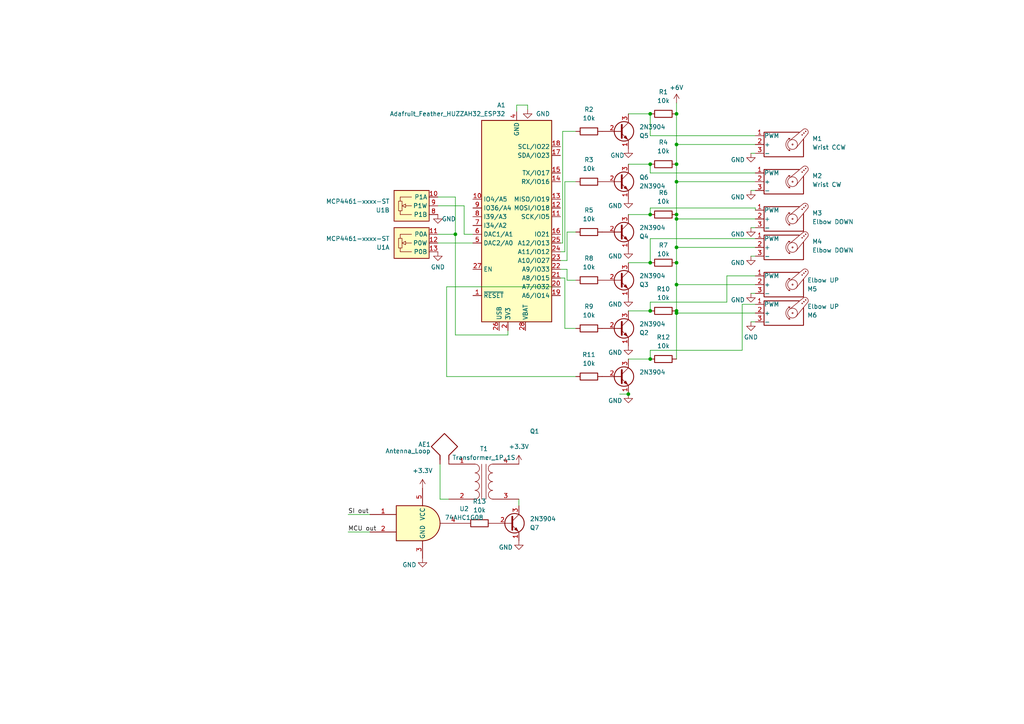
<source format=kicad_sch>
(kicad_sch (version 20230121) (generator eeschema)
  (paper "A4")
  (lib_symbols
    (symbol "74xGxx:74AHC1G08"
      (property "Reference" "U" (at -2.54 3.81 0))
      (property "Value" "74AHC1G08" (at 0 -3.81 0))
      (symbol "74AHC1G08_0_1"
        (arc (start 0 -5.08) (mid 5.0579 0) (end 0 5.08) (stroke (width 0.254)) (fill (type background)))
        (polyline (pts (xy 0 -5.08) (xy -7.62 -5.08) (xy -7.62 5.08) (xy 0 5.08)) (stroke (width 0.254)) (fill (type background)))
      )
      (symbol "74AHC1G08_1_1"
        (pin input line (at -15.24 2.54 0) (length 7.62) (name "~") (number "1"))
        (pin input line (at -15.24 -2.54 0) (length 7.62) (name "~") (number "2"))
        (pin power_in line (at 0 -10.16 90) (length 5.08) (name "GND") (number "3"))
        (pin output line (at 12.7 0 180) (length 7.62) (name "~") (number "4"))
        (pin power_in line (at 0 10.16 270) (length 5.08) (name "VCC") (number "5"))
      )
    )
    (symbol "Device:Antenna_Loop" (pin_numbers hide) (pin_names (offset 1.016) hide)
      (property "Reference" "AE" (at 1.27 6.35 0))
      (property "Value" "Antenna_Loop" (at 1.27 5.08 0))
      (symbol "Antenna_Loop_0_1"
        (polyline (pts (xy 2.54 -3.81) (xy 2.54 -2.54) (xy 5.08 0) (xy 1.27 3.81) (xy -2.54 0) (xy 0 -2.54) (xy 0 -3.81)) (stroke (width 0.254)))
      )
      (symbol "Antenna_Loop_1_1"
        (pin input line (at 0 -5.08 90) (length 2.54) (name "~") (number "1"))
        (pin input line (at 2.54 -5.08 90) (length 2.54) (name "~") (number "2"))
      )
    )
    (symbol "Device:R" (pin_numbers hide) (pin_names (offset 0))
      (property "Reference" "R" (at 2.032 0 90))
      (property "Value" "R" (at 0 0 90))
      (symbol "R_0_1"
        (rectangle (start -1.016 -2.54) (end 1.016 2.54) (stroke (width 0.254)))
      )
      (symbol "R_1_1"
        (pin passive line (at 0 3.81 270) (length 1.27) (name "~") (number "1"))
        (pin passive line (at 0 -3.81 90) (length 1.27) (name "~") (number "2"))
      )
    )
    (symbol "Device:Transformer_1P_1S" (pin_names (offset 1.016) hide)
      (property "Reference" "T" (at 0 6.35 0))
      (property "Value" "Transformer_1P_1S" (at 0 -7.62 0))
      (symbol "Transformer_1P_1S_0_1"
        (arc (start -2.54 -5.0546) (mid -1.6599 -4.6901) (end -1.27 -3.81))
        (arc (start -2.54 -2.5146) (mid -1.6599 -2.1501) (end -1.27 -1.27))
        (arc (start -2.54 0.0254) (mid -1.6599 0.3899) (end -1.27 1.27))
        (arc (start -2.54 2.5654) (mid -1.6599 2.9299) (end -1.27 3.81))
        (arc (start -1.27 -3.81) (mid -1.642 -2.912) (end -2.54 -2.54))
        (arc (start -1.27 -1.27) (mid -1.642 -0.372) (end -2.54 0))
        (arc (start -1.27 1.27) (mid -1.642 2.168) (end -2.54 2.54))
        (arc (start -1.27 3.81) (mid -1.642 4.708) (end -2.54 5.08))
        (polyline (pts (xy -0.635 5.08) (xy -0.635 -5.08)))
        (polyline (pts (xy 0.635 -5.08) (xy 0.635 5.08)))
        (arc (start 1.2954 -1.27) (mid 1.6599 -2.1501) (end 2.54 -2.5146))
        (arc (start 1.2954 1.27) (mid 1.6599 0.3899) (end 2.54 0.0254))
        (arc (start 1.2954 3.81) (mid 1.6599 2.9299) (end 2.54 2.5654))
        (arc (start 1.3208 -3.81) (mid 1.6853 -4.6901) (end 2.5654 -5.0546))
        (arc (start 2.54 0) (mid 1.642 -0.372) (end 1.2954 -1.27))
        (arc (start 2.54 2.54) (mid 1.642 2.168) (end 1.2954 1.27))
        (arc (start 2.54 5.08) (mid 1.642 4.708) (end 1.2954 3.81))
        (arc (start 2.5654 -2.54) (mid 1.6674 -2.912) (end 1.3208 -3.81))
      )
      (symbol "Transformer_1P_1S_1_1"
        (pin passive line (at -10.16 5.08 0) (length 7.62) (name "AA") (number "1"))
        (pin passive line (at -10.16 -5.08 0) (length 7.62) (name "AB") (number "2"))
        (pin passive line (at 10.16 -5.08 180) (length 7.62) (name "SA") (number "3"))
        (pin passive line (at 10.16 5.08 180) (length 7.62) (name "SB") (number "4"))
      )
    )
    (symbol "MCU_Module:Adafruit_Feather_HUZZAH32_ESP32"
      (property "Reference" "A" (at -10.16 29.21 0))
      (property "Value" "Adafruit_Feather_HUZZAH32_ESP32" (at 2.54 -31.75 0))
      (symbol "Adafruit_Feather_HUZZAH32_ESP32_0_1"
        (rectangle (start -10.16 27.94) (end 10.16 -30.48) (stroke (width 0.254)) (fill (type background)))
      )
      (symbol "Adafruit_Feather_HUZZAH32_ESP32_1_1"
        (pin input line (at 12.7 20.32 180) (length 2.54) (name "~{RESET}") (number "1"))
        (pin bidirectional line (at 12.7 -7.62 180) (length 2.54) (name "IO4/A5") (number "10"))
        (pin bidirectional line (at -12.7 -2.54 0) (length 2.54) (name "SCK/IO5") (number "11"))
        (pin bidirectional line (at -12.7 -5.08 0) (length 2.54) (name "MOSI/IO18") (number "12"))
        (pin bidirectional line (at -12.7 -7.62 0) (length 2.54) (name "MISO/IO19") (number "13"))
        (pin bidirectional line (at -12.7 -12.7 0) (length 2.54) (name "RX/IO16") (number "14"))
        (pin bidirectional line (at -12.7 -15.24 0) (length 2.54) (name "TX/IO17") (number "15"))
        (pin bidirectional line (at -12.7 2.54 0) (length 2.54) (name "IO21") (number "16"))
        (pin bidirectional line (at -12.7 -20.32 0) (length 2.54) (name "SDA/IO23") (number "17"))
        (pin bidirectional line (at -12.7 -22.86 0) (length 2.54) (name "SCL/IO22") (number "18"))
        (pin bidirectional line (at -12.7 20.32 0) (length 2.54) (name "A6/IO14") (number "19"))
        (pin power_in line (at 2.54 30.48 270) (length 2.54) (name "3V3") (number "2"))
        (pin bidirectional line (at -12.7 17.78 0) (length 2.54) (name "A7/IO32") (number "20"))
        (pin bidirectional line (at -12.7 15.24 0) (length 2.54) (name "A8/IO15") (number "21"))
        (pin bidirectional line (at -12.7 12.7 0) (length 2.54) (name "A9/IO33") (number "22"))
        (pin bidirectional line (at -12.7 10.16 0) (length 2.54) (name "A10/IO27") (number "23"))
        (pin bidirectional line (at -12.7 7.62 0) (length 2.54) (name "A11/IO12") (number "24"))
        (pin bidirectional line (at -12.7 5.08 0) (length 2.54) (name "A12/IO13") (number "25"))
        (pin power_in line (at 5.08 30.48 270) (length 2.54) (name "USB") (number "26"))
        (pin input line (at 12.7 12.7 180) (length 2.54) (name "EN") (number "27"))
        (pin power_in line (at -2.54 30.48 270) (length 2.54) (name "VBAT") (number "28"))
        (pin no_connect line (at 10.16 10.16 180) (length 2.54) hide (name "NC") (number "3"))
        (pin power_in line (at 0 -33.02 90) (length 2.54) (name "GND") (number "4"))
        (pin bidirectional line (at 12.7 5.08 180) (length 2.54) (name "DAC2/A0") (number "5"))
        (pin bidirectional line (at 12.7 2.54 180) (length 2.54) (name "DAC1/A1") (number "6"))
        (pin bidirectional line (at 12.7 0 180) (length 2.54) (name "I34/A2") (number "7"))
        (pin bidirectional line (at 12.7 -2.54 180) (length 2.54) (name "I39/A3") (number "8"))
        (pin bidirectional line (at 12.7 -5.08 180) (length 2.54) (name "IO36/A4") (number "9"))
      )
    )
    (symbol "Motor:Motor_Servo" (pin_names (offset 0.0254))
      (property "Reference" "M" (at -5.08 4.445 0))
      (property "Value" "Motor_Servo" (at -5.08 -4.064 0))
      (symbol "Motor_Servo_0_1"
        (polyline (pts (xy 2.413 -1.778) (xy 2.032 -1.778)))
        (polyline (pts (xy 2.413 -1.778) (xy 2.286 -1.397)))
        (polyline (pts (xy 2.413 1.778) (xy 1.905 1.778)))
        (polyline (pts (xy 2.413 1.778) (xy 2.286 1.397)))
        (polyline (pts (xy 6.35 4.445) (xy 2.54 1.27)))
        (polyline (pts (xy 7.62 3.175) (xy 4.191 -1.016)))
        (polyline (pts (xy 5.08 3.556) (xy -5.08 3.556) (xy -5.08 -3.556) (xy 6.35 -3.556) (xy 6.35 1.524)) (stroke (width 0.254)))
        (arc (start 2.413 1.778) (mid 1.2406 0) (end 2.413 -1.778))
        (circle (center 3.175 0) (radius 0.1778))
        (circle (center 3.175 0) (radius 1.4224))
        (circle (center 5.969 2.794) (radius 0.127))
        (circle (center 6.477 3.302) (radius 0.127))
        (circle (center 6.985 3.81) (radius 0.127))
        (arc (start 7.62 3.175) (mid 7.4485 4.2735) (end 6.35 4.445))
      )
      (symbol "Motor_Servo_1_1"
        (pin passive line (at -7.62 2.54 0) (length 2.54) (name "PWM") (number "1"))
        (pin passive line (at -7.62 0 0) (length 2.54) (name "+") (number "2"))
        (pin passive line (at -7.62 -2.54 0) (length 2.54) (name "-") (number "3"))
      )
    )
    (symbol "Potentiometer_Digital:MCP4461-xxxx-ST"
      (property "Reference" "U" (at -8.89 11.43 0))
      (property "Value" "MCP4461-xxxx-ST" (at 10.16 -11.43 0))
      (symbol "MCP4461-xxxx-ST_1_1"
        (polyline (pts (xy 1.7272 0) (xy 0 0)))
        (polyline (pts (xy 3.302 -2.54) (xy 0 -2.54)) (fill (type background)))
        (polyline (pts (xy 3.302 -2.3114) (xy 3.302 -1.3716)))
        (polyline (pts (xy 3.302 2.286) (xy 3.302 1.4478)))
        (polyline (pts (xy 3.302 2.54) (xy 0 2.54)) (fill (type background)))
        (polyline (pts (xy 3.302 -2.54) (xy 3.302 -2.286) (xy 3.302 -2.286)))
        (polyline (pts (xy 3.302 2.54) (xy 3.302 2.286) (xy 3.302 2.286)) (fill (type background)))
        (polyline (pts (xy 1.7272 -0.508) (xy 1.7272 0.508) (xy 2.7432 0) (xy 1.7272 -0.508) (xy 1.7272 -0.508)))
        (rectangle (start 3.7846 -1.3462) (end 2.7686 1.4478))
        (rectangle (start 5.08 -4.445) (end -5.08 4.445) (stroke (width 0.254)) (fill (type background)))
        (pin passive line (at -7.62 -2.54 0) (length 2.54) (name "P0A") (number "11"))
        (pin passive line (at -7.62 0 0) (length 2.54) (name "P0W") (number "12"))
        (pin passive line (at -7.62 2.54 0) (length 2.54) (name "P0B") (number "13"))
      )
      (symbol "MCP4461-xxxx-ST_2_1"
        (polyline (pts (xy 1.7272 0) (xy 0 0)))
        (polyline (pts (xy 3.302 -2.54) (xy 0 -2.54)) (fill (type background)))
        (polyline (pts (xy 3.302 -2.3114) (xy 3.302 -1.3716)))
        (polyline (pts (xy 3.302 2.286) (xy 3.302 1.4478)))
        (polyline (pts (xy 3.302 2.54) (xy 0 2.54)) (fill (type background)))
        (polyline (pts (xy 3.302 -2.54) (xy 3.302 -2.286) (xy 3.302 -2.286)))
        (polyline (pts (xy 3.302 2.54) (xy 3.302 2.286) (xy 3.302 2.286)) (fill (type background)))
        (polyline (pts (xy 1.7272 -0.508) (xy 1.7272 0.508) (xy 2.7432 0) (xy 1.7272 -0.508) (xy 1.7272 -0.508)))
        (rectangle (start 3.7846 -1.3462) (end 2.7686 1.4478))
        (rectangle (start 5.08 -4.445) (end -5.08 4.445) (stroke (width 0.254)) (fill (type background)))
        (pin passive line (at -7.62 -2.54 0) (length 2.54) (name "P1A") (number "10"))
        (pin passive line (at -7.62 2.54 0) (length 2.54) (name "P1B") (number "8"))
        (pin passive line (at -7.62 0 0) (length 2.54) (name "P1W") (number "9"))
      )
      (symbol "MCP4461-xxxx-ST_3_1"
        (polyline (pts (xy 1.7272 0) (xy 0 0)))
        (polyline (pts (xy 3.302 -2.54) (xy 0 -2.54)) (fill (type background)))
        (polyline (pts (xy 3.302 -2.3114) (xy 3.302 -1.3716)))
        (polyline (pts (xy 3.302 2.286) (xy 3.302 1.4478)))
        (polyline (pts (xy 3.302 2.54) (xy 0 2.54)) (fill (type background)))
        (polyline (pts (xy 3.302 -2.54) (xy 3.302 -2.286) (xy 3.302 -2.286)))
        (polyline (pts (xy 3.302 2.54) (xy 3.302 2.286) (xy 3.302 2.286)) (fill (type background)))
        (polyline (pts (xy 1.7272 -0.508) (xy 1.7272 0.508) (xy 2.7432 0) (xy 1.7272 -0.508) (xy 1.7272 -0.508)))
        (rectangle (start 3.7846 -1.3462) (end 2.7686 1.4478))
        (rectangle (start 5.08 -4.445) (end -5.08 4.445) (stroke (width 0.254)) (fill (type background)))
        (pin passive line (at -7.62 2.54 0) (length 2.54) (name "P2B") (number "18"))
        (pin passive line (at -7.62 0 0) (length 2.54) (name "P2W") (number "19"))
        (pin passive line (at -7.62 -2.54 0) (length 2.54) (name "P2A") (number "20"))
      )
      (symbol "MCP4461-xxxx-ST_4_1"
        (polyline (pts (xy 1.7272 0) (xy 0 0)))
        (polyline (pts (xy 3.302 -2.54) (xy 0 -2.54)) (fill (type background)))
        (polyline (pts (xy 3.302 -2.3114) (xy 3.302 -1.3716)))
        (polyline (pts (xy 3.302 2.286) (xy 3.302 1.4478)))
        (polyline (pts (xy 3.302 2.54) (xy 0 2.54)) (fill (type background)))
        (polyline (pts (xy 3.302 -2.54) (xy 3.302 -2.286) (xy 3.302 -2.286)))
        (polyline (pts (xy 3.302 2.54) (xy 3.302 2.286) (xy 3.302 2.286)) (fill (type background)))
        (polyline (pts (xy 1.7272 -0.508) (xy 1.7272 0.508) (xy 2.7432 0) (xy 1.7272 -0.508) (xy 1.7272 -0.508)))
        (rectangle (start 3.7846 -1.3462) (end 2.7686 1.4478))
        (rectangle (start 5.08 -4.445) (end -5.08 4.445) (stroke (width 0.254)) (fill (type background)))
        (pin passive line (at -7.62 -2.54 0) (length 2.54) (name "P3A") (number "1"))
        (pin passive line (at -7.62 0 0) (length 2.54) (name "P3W") (number "2"))
        (pin passive line (at -7.62 2.54 0) (length 2.54) (name "P3B") (number "3"))
      )
      (symbol "MCP4461-xxxx-ST_5_1"
        (rectangle (start -10.16 10.16) (end 10.16 -10.16) (fill (type background)))
        (pin no_connect line (at -10.16 -2.54 0) (length 2.54) hide (name "NC") (number "14"))
        (pin input line (at -12.7 7.62 0) (length 2.54) (name "~{RESET}") (number "15"))
        (pin input line (at -12.7 -7.62 0) (length 2.54) (name "A1") (number "16"))
        (pin power_in line (at 0 12.7 270) (length 2.54) (name "VDD") (number "17"))
        (pin input line (at -12.7 -5.08 0) (length 2.54) (name "HVC/A0") (number "4"))
        (pin input line (at -12.7 2.54 0) (length 2.54) (name "SCL") (number "5"))
        (pin bidirectional line (at -12.7 0 0) (length 2.54) (name "SDA") (number "6"))
        (pin power_in line (at 0 -12.7 90) (length 2.54) (name "VSS") (number "7"))
      )
    )
    (symbol "Transistor_BJT:2N3904" (pin_names (offset 0) hide)
      (property "Reference" "Q" (at 5.08 1.905 0))
      (property "Value" "2N3904" (at 5.08 0 0))
      (symbol "2N3904_0_1"
        (polyline (pts (xy 0.635 0.635) (xy 2.54 2.54)))
        (polyline (pts (xy 0.635 -0.635) (xy 2.54 -2.54) (xy 2.54 -2.54)))
        (polyline (pts (xy 0.635 1.905) (xy 0.635 -1.905) (xy 0.635 -1.905)) (stroke (width 0.508)))
        (polyline (pts (xy 1.27 -1.778) (xy 1.778 -1.27) (xy 2.286 -2.286) (xy 1.27 -1.778) (xy 1.27 -1.778)) (fill (type outline)))
        (circle (center 1.27 0) (radius 2.8194) (stroke (width 0.254)))
      )
      (symbol "2N3904_1_1"
        (pin passive line (at 2.54 -5.08 90) (length 2.54) (name "E") (number "1"))
        (pin passive line (at -5.08 0 0) (length 5.715) (name "B") (number "2"))
        (pin passive line (at 2.54 5.08 270) (length 2.54) (name "C") (number "3"))
      )
    )
    (symbol "power:+3.3V" (power) (pin_names (offset 0))
      (property "Value" "+3.3V" (at 0 3.556 0))
      (symbol "+3.3V_0_1"
        (polyline (pts (xy -0.762 1.27) (xy 0 2.54)))
        (polyline (pts (xy 0 0) (xy 0 2.54)))
        (polyline (pts (xy 0 2.54) (xy 0.762 1.27)))
      )
      (symbol "+3.3V_1_1"
        (pin power_in line (at 0 0 90) (length 0) hide (name "+3.3V") (number "1"))
      )
    )
    (symbol "power:+6V" (power) (pin_names (offset 0))
      (property "Value" "+6V" (at 0 3.556 0))
      (symbol "+6V_0_1"
        (polyline (pts (xy -0.762 1.27) (xy 0 2.54)))
        (polyline (pts (xy 0 0) (xy 0 2.54)))
        (polyline (pts (xy 0 2.54) (xy 0.762 1.27)))
      )
      (symbol "+6V_1_1"
        (pin power_in line (at 0 0 90) (length 0) hide (name "+6V") (number "1"))
      )
    )
    (symbol "power:GND" (power) (pin_names (offset 0))
      (property "Value" "GND" (at 0 -3.81 0))
      (symbol "GND_0_1"
        (polyline (pts (xy 0 0) (xy 0 -1.27) (xy 1.27 -1.27) (xy 0 -2.54) (xy -1.27 -1.27) (xy 0 -1.27)))
      )
      (symbol "GND_1_1"
        (pin power_in line (at 0 0 270) (length 0) hide (name "GND") (number "1"))
      )
    )
  )
  (junction (at 196.215 90.17))
  (junction (at 196.215 90.805))
  (junction (at 188.595 76.2))
  (junction (at 196.215 33.02))
  (junction (at 196.215 47.625))
  (junction (at 196.215 41.91))
  (junction (at 132.08 67.945))
  (junction (at 188.595 47.625))
  (junction (at 188.595 104.14))
  (junction (at 188.595 90.17))
  (junction (at 196.215 82.55))
  (junction (at 196.215 63.5))
  (junction (at 196.215 76.2))
  (junction (at 182.245 114.3))
  (junction (at 196.215 71.755))
  (junction (at 196.215 62.23))
  (junction (at 196.215 52.705))
  (junction (at 188.595 33.02))
  (junction (at 188.595 62.23))
  (wire (pts (xy 100.965 149.225) (xy 107.315 149.225)))
  (wire (pts (xy 127 59.69) (xy 134.62 59.69)))
  (wire (pts (xy 196.215 29.845) (xy 196.215 33.02)))
  (wire (pts (xy 127.635 144.78) (xy 130.175 144.78)))
  (wire (pts (xy 217.805 44.45) (xy 219.075 44.45)))
  (wire (pts (xy 132.08 57.15) (xy 132.08 67.945)))
  (wire (pts (xy 188.595 60.325) (xy 188.595 62.23)))
  (wire (pts (xy 188.595 60.325) (xy 219.075 60.325)))
  (wire (pts (xy 132.08 97.155) (xy 132.08 67.945)))
  (wire (pts (xy 163.83 80.645) (xy 163.83 95.25)))
  (wire (pts (xy 219.075 60.325) (xy 219.075 60.96)))
  (wire (pts (xy 188.595 39.37) (xy 188.595 33.02)))
  (wire (pts (xy 219.075 88.265) (xy 215.265 88.265)))
  (wire (pts (xy 182.245 104.14) (xy 188.595 104.14)))
  (wire (pts (xy 219.075 80.01) (xy 210.82 80.01)))
  (wire (pts (xy 188.595 101.6) (xy 188.595 104.14)))
  (wire (pts (xy 164.465 78.105) (xy 164.465 81.28)))
  (wire (pts (xy 182.245 33.02) (xy 188.595 33.02)))
  (wire (pts (xy 132.08 67.945) (xy 127 67.945)))
  (wire (pts (xy 182.245 76.2) (xy 188.595 76.2)))
  (wire (pts (xy 219.075 39.37) (xy 188.595 39.37)))
  (wire (pts (xy 217.805 93.345) (xy 219.075 93.345)))
  (wire (pts (xy 219.075 82.55) (xy 196.215 82.55)))
  (wire (pts (xy 167.005 38.1) (xy 163.195 38.1)))
  (wire (pts (xy 196.215 90.805) (xy 196.215 104.14)))
  (wire (pts (xy 164.465 81.28) (xy 167.005 81.28)))
  (wire (pts (xy 149.86 30.48) (xy 153.035 30.48)))
  (wire (pts (xy 182.245 90.17) (xy 188.595 90.17)))
  (wire (pts (xy 179.705 114.3) (xy 182.245 114.3)))
  (wire (pts (xy 134.62 67.945) (xy 137.16 67.945)))
  (wire (pts (xy 164.465 75.565) (xy 162.56 75.565)))
  (wire (pts (xy 129.54 109.22) (xy 167.005 109.22)))
  (wire (pts (xy 100.965 154.305) (xy 107.315 154.305)))
  (wire (pts (xy 147.32 95.885) (xy 147.32 97.155)))
  (wire (pts (xy 163.83 52.705) (xy 163.83 73.025)))
  (wire (pts (xy 215.265 101.6) (xy 188.595 101.6)))
  (wire (pts (xy 127.635 144.78) (xy 127.635 134.62)))
  (wire (pts (xy 196.215 90.805) (xy 219.075 90.805)))
  (wire (pts (xy 164.465 67.31) (xy 167.005 67.31)))
  (wire (pts (xy 150.495 144.78) (xy 150.495 146.685)))
  (wire (pts (xy 182.245 62.23) (xy 188.595 62.23)))
  (wire (pts (xy 217.805 74.295) (xy 219.075 74.295)))
  (wire (pts (xy 163.195 70.485) (xy 162.56 70.485)))
  (wire (pts (xy 188.595 87.63) (xy 188.595 90.17)))
  (wire (pts (xy 196.215 90.17) (xy 196.215 82.55)))
  (wire (pts (xy 163.83 95.25) (xy 167.005 95.25)))
  (wire (pts (xy 182.245 47.625) (xy 188.595 47.625)))
  (wire (pts (xy 127 70.485) (xy 137.16 70.485)))
  (wire (pts (xy 149.86 32.385) (xy 149.86 30.48)))
  (wire (pts (xy 134.62 59.69) (xy 134.62 67.945)))
  (wire (pts (xy 219.075 50.165) (xy 188.595 50.165)))
  (wire (pts (xy 196.215 52.705) (xy 219.075 52.705)))
  (wire (pts (xy 163.83 73.025) (xy 162.56 73.025)))
  (wire (pts (xy 127 57.15) (xy 132.08 57.15)))
  (wire (pts (xy 196.215 52.705) (xy 196.215 47.625)))
  (wire (pts (xy 210.82 80.01) (xy 210.82 87.63)))
  (wire (pts (xy 196.215 41.91) (xy 219.075 41.91)))
  (wire (pts (xy 196.215 33.02) (xy 196.215 41.91)))
  (wire (pts (xy 167.005 52.705) (xy 163.83 52.705)))
  (wire (pts (xy 196.215 82.55) (xy 196.215 76.2)))
  (wire (pts (xy 196.215 76.2) (xy 196.215 71.755)))
  (wire (pts (xy 217.805 55.245) (xy 219.075 55.245)))
  (wire (pts (xy 196.215 71.755) (xy 196.215 63.5)))
  (wire (pts (xy 162.56 83.185) (xy 129.54 83.185)))
  (wire (pts (xy 196.215 63.5) (xy 196.215 62.23)))
  (wire (pts (xy 219.075 69.215) (xy 188.595 69.215)))
  (wire (pts (xy 188.595 69.215) (xy 188.595 76.2)))
  (wire (pts (xy 153.035 30.48) (xy 153.035 31.75)))
  (wire (pts (xy 196.215 62.23) (xy 196.215 52.705)))
  (wire (pts (xy 196.215 47.625) (xy 196.215 41.91)))
  (wire (pts (xy 196.215 90.805) (xy 196.215 90.17)))
  (wire (pts (xy 188.595 50.165) (xy 188.595 47.625)))
  (wire (pts (xy 162.56 80.645) (xy 163.83 80.645)))
  (wire (pts (xy 219.075 63.5) (xy 196.215 63.5)))
  (wire (pts (xy 162.56 78.105) (xy 164.465 78.105)))
  (wire (pts (xy 129.54 83.185) (xy 129.54 109.22)))
  (wire (pts (xy 147.32 97.155) (xy 132.08 97.155)))
  (wire (pts (xy 215.265 88.265) (xy 215.265 101.6)))
  (wire (pts (xy 210.82 87.63) (xy 188.595 87.63)))
  (wire (pts (xy 217.805 85.09) (xy 219.075 85.09)))
  (wire (pts (xy 217.805 66.04) (xy 219.075 66.04)))
  (wire (pts (xy 163.195 38.1) (xy 163.195 70.485)))
  (wire (pts (xy 164.465 67.31) (xy 164.465 75.565)))
  (wire (pts (xy 219.075 71.755) (xy 196.215 71.755)))
  (label "SI out" (at 100.965 149.225 0))
  (label "MCU out" (at 100.965 154.305 0))
  (symbol (lib_id "Motor:Motor_Servo") (at 226.695 52.705 0) (unit 1)
    (property "Reference" "M2" (at 235.585 51.0016 0) (effects (justify left)))
    (property "Value" "Wrist CW" (at 235.585 53.5416 0) (effects (justify left)))
    (property "Datasheet" "http://forums.parallax.com/uploads/attachments/46831/74481.png" (effects hide))
  )
  (symbol (lib_id "power:GND") (at 127 73.025 0) (unit 1)
    (property "Reference" "#PWR08" (effects hide))
    (property "Value" "GND" (at 127 77.47 0))
  )
  (symbol (lib_id "Device:R") (at 170.815 67.31 270) (unit 1)
    (property "Reference" "R5" (at 170.815 60.96 90))
    (property "Value" "10k" (at 170.815 63.5 90))
  )
  (symbol (lib_id "Potentiometer_Digital:MCP4461-xxxx-ST") (at 119.38 59.69 180) (unit 2)
    (property "Reference" "U1" (at 113.03 60.96 0) (effects (justify left)))
    (property "Value" "MCP4461-xxxx-ST" (at 113.03 58.42 0) (effects (justify left)))
    (property "Footprint" "Package_SO:TSSOP-20_4.4x6.5mm_P0.65mm" (effects hide))
    (property "Datasheet" "https://ww1.microchip.com/downloads/en/DeviceDoc/22267A_MCP4431.pdf" (effects hide))
  )
  (symbol (lib_id "Motor:Motor_Servo") (at 226.695 82.55 0) (unit 1)
    (property "Reference" "M5" (at 235.585 83.82 0))
    (property "Value" "Elbow UP" (at 238.76 81.28 0))
    (property "Datasheet" "http://forums.parallax.com/uploads/attachments/46831/74481.png" (effects hide))
  )
  (symbol (lib_id "Device:R") (at 192.405 90.17 270) (unit 1)
    (property "Reference" "R10" (at 192.405 83.82 90))
    (property "Value" "10k" (at 192.405 86.36 90))
  )
  (symbol (lib_id "power:GND") (at 182.245 43.18 0) (unit 1)
    (property "Reference" "#PWR010" (effects hide))
    (property "Value" "GND" (at 179.07 45.085 0))
  )
  (symbol (lib_id "power:GND") (at 182.245 57.785 0) (unit 1)
    (property "Reference" "#PWR011" (effects hide))
    (property "Value" "GND" (at 178.435 59.69 0))
  )
  (symbol (lib_id "Device:R") (at 139.065 151.765 270) (unit 1)
    (property "Reference" "R13" (at 139.065 145.415 90))
    (property "Value" "10k" (at 139.065 147.955 90))
  )
  (symbol (lib_id "power:GND") (at 217.805 74.295 0) (unit 1)
    (property "Reference" "#PWR05" (effects hide))
    (property "Value" "GND" (at 213.995 76.2 0))
  )
  (symbol (lib_id "Device:Transformer_1P_1S") (at 140.335 139.7 0) (unit 1)
    (property "Reference" "T1" (at 140.3477 130.175 0))
    (property "Value" "Transformer_1P_1S" (at 140.3477 132.715 0))
  )
  (symbol (lib_id "power:GND") (at 150.495 156.845 0) (unit 1)
    (property "Reference" "#PWR020" (effects hide))
    (property "Value" "GND" (at 146.685 158.75 0))
  )
  (symbol (lib_id "Transistor_BJT:2N3904") (at 179.705 67.31 0) (unit 1)
    (property "Reference" "Q4" (at 185.42 68.58 0) (effects (justify left)))
    (property "Value" "2N3904" (at 185.42 66.04 0) (effects (justify left)))
    (property "Footprint" "Package_TO_SOT_THT:TO-92_Inline" (effects hide))
    (property "Datasheet" "https://www.onsemi.com/pub/Collateral/2N3903-D.PDF" (effects hide))
  )
  (symbol (lib_id "power:GND") (at 217.805 44.45 0) (unit 1)
    (property "Reference" "#PWR02" (effects hide))
    (property "Value" "GND" (at 213.995 46.355 0))
  )
  (symbol (lib_id "Device:R") (at 192.405 33.02 90) (unit 1)
    (property "Reference" "R1" (at 192.405 26.67 90))
    (property "Value" "10k" (at 192.405 29.21 90))
  )
  (symbol (lib_id "power:+3.3V") (at 122.555 141.605 0) (unit 1)
    (property "Reference" "#PWR019" (effects hide))
    (property "Value" "+3.3V" (at 122.555 136.525 0))
  )
  (symbol (lib_id "power:GND") (at 217.805 85.09 0) (unit 1)
    (property "Reference" "#PWR06" (effects hide))
    (property "Value" "GND" (at 213.995 86.995 0))
  )
  (symbol (lib_id "Device:R") (at 192.405 62.23 90) (unit 1)
    (property "Reference" "R6" (at 192.405 55.88 90))
    (property "Value" "10k" (at 192.405 58.42 90))
  )
  (symbol (lib_id "Transistor_BJT:2N3904") (at 179.705 38.1 0) (unit 1)
    (property "Reference" "Q5" (at 185.42 39.37 0) (effects (justify left)))
    (property "Value" "2N3904" (at 185.42 36.83 0) (effects (justify left)))
    (property "Footprint" "Package_TO_SOT_THT:TO-92_Inline" (effects hide))
    (property "Datasheet" "https://www.onsemi.com/pub/Collateral/2N3903-D.PDF" (effects hide))
  )
  (symbol (lib_id "power:GND") (at 182.245 100.33 0) (unit 1)
    (property "Reference" "#PWR014" (effects hide))
    (property "Value" "GND" (at 178.435 102.235 0))
  )
  (symbol (lib_id "Device:R") (at 170.815 109.22 270) (unit 1)
    (property "Reference" "R11" (at 170.815 102.87 90))
    (property "Value" "10k" (at 170.815 105.41 90))
  )
  (symbol (lib_id "power:GND") (at 122.555 161.925 0) (unit 1)
    (property "Reference" "#PWR018" (effects hide))
    (property "Value" "GND" (at 118.745 163.83 0))
  )
  (symbol (lib_id "Device:R") (at 170.815 38.1 270) (unit 1)
    (property "Reference" "R2" (at 170.815 31.75 90))
    (property "Value" "10k" (at 170.815 34.29 90))
  )
  (symbol (lib_id "power:GND") (at 182.245 86.36 0) (unit 1)
    (property "Reference" "#PWR013" (effects hide))
    (property "Value" "GND" (at 178.435 88.265 0))
  )
  (symbol (lib_id "power:GND") (at 182.245 114.3 0) (unit 1)
    (property "Reference" "#PWR015" (effects hide))
    (property "Value" "GND" (at 178.435 116.205 0))
  )
  (symbol (lib_id "Device:R") (at 170.815 52.705 270) (unit 1)
    (property "Reference" "R3" (at 170.815 46.355 90))
    (property "Value" "10k" (at 170.815 48.895 90))
  )
  (symbol (lib_id "Device:R") (at 170.815 95.25 270) (unit 1)
    (property "Reference" "R9" (at 170.815 88.9 90))
    (property "Value" "10k" (at 170.815 91.44 90))
  )
  (symbol (lib_id "74xGxx:74AHC1G08") (at 122.555 151.765 0) (unit 1)
    (property "Reference" "U2" (at 134.62 147.5741 0))
    (property "Value" "74AHC1G08" (at 134.62 150.1141 0))
    (property "Datasheet" "http://www.ti.com/lit/sg/scyt129e/scyt129e.pdf" (effects hide))
  )
  (symbol (lib_id "power:GND") (at 217.805 93.345 0) (unit 1)
    (property "Reference" "#PWR07" (effects hide))
    (property "Value" "GND" (at 217.805 97.79 0))
  )
  (symbol (lib_id "Transistor_BJT:2N3904") (at 179.705 81.28 0) (unit 1)
    (property "Reference" "Q3" (at 185.42 82.55 0) (effects (justify left)))
    (property "Value" "2N3904" (at 185.42 80.01 0) (effects (justify left)))
    (property "Footprint" "Package_TO_SOT_THT:TO-92_Inline" (effects hide))
    (property "Datasheet" "https://www.onsemi.com/pub/Collateral/2N3903-D.PDF" (effects hide))
  )
  (symbol (lib_id "power:GND") (at 182.245 72.39 0) (unit 1)
    (property "Reference" "#PWR012" (effects hide))
    (property "Value" "GND" (at 178.435 74.295 0))
  )
  (symbol (lib_id "Device:R") (at 192.405 76.2 90) (unit 1)
    (property "Reference" "R7" (at 192.405 71.12 90))
    (property "Value" "10k" (at 192.405 73.66 90))
  )
  (symbol (lib_id "Transistor_BJT:2N3904") (at 179.705 95.25 0) (unit 1)
    (property "Reference" "Q2" (at 185.42 96.52 0) (effects (justify left)))
    (property "Value" "2N3904" (at 185.42 93.98 0) (effects (justify left)))
    (property "Footprint" "Package_TO_SOT_THT:TO-92_Inline" (effects hide))
    (property "Datasheet" "https://www.onsemi.com/pub/Collateral/2N3903-D.PDF" (effects hide))
  )
  (symbol (lib_id "MCU_Module:Adafruit_Feather_HUZZAH32_ESP32") (at 149.86 65.405 180) (unit 1)
    (property "Reference" "A1" (at 144.145 30.48 0) (effects (justify right)))
    (property "Value" "Adafruit_Feather_HUZZAH32_ESP32" (at 113.03 33.02 0) (effects (justify right)))
    (property "Footprint" "Module:Adafruit_Feather" (effects hide))
    (property "Datasheet" "https://cdn-learn.adafruit.com/downloads/pdf/adafruit-huzzah32-esp32-feather.pdf" (effects hide))
  )
  (symbol (lib_id "power:GND") (at 127 62.23 0) (unit 1)
    (property "Reference" "#PWR09" (effects hide))
    (property "Value" "GND" (at 130.175 63.5 0))
  )
  (symbol (lib_id "Potentiometer_Digital:MCP4461-xxxx-ST") (at 119.38 70.485 180) (unit 1)
    (property "Reference" "U1" (at 113.03 71.755 0) (effects (justify left)))
    (property "Value" "MCP4461-xxxx-ST" (at 113.03 69.215 0) (effects (justify left)))
    (property "Footprint" "Package_SO:TSSOP-20_4.4x6.5mm_P0.65mm" (effects hide))
    (property "Datasheet" "https://ww1.microchip.com/downloads/en/DeviceDoc/22267A_MCP4431.pdf" (effects hide))
  )
  (symbol (lib_id "power:GND") (at 217.805 66.04 0) (unit 1)
    (property "Reference" "#PWR04" (effects hide))
    (property "Value" "GND" (at 213.995 67.945 0))
  )
  (symbol (lib_id "Motor:Motor_Servo") (at 226.695 71.755 0) (unit 1)
    (property "Reference" "M4" (at 235.585 70.0516 0) (effects (justify left)))
    (property "Value" "Elbow DOWN" (at 235.585 72.5916 0) (effects (justify left)))
    (property "Datasheet" "http://forums.parallax.com/uploads/attachments/46831/74481.png" (effects hide))
  )
  (symbol (lib_id "power:+6V") (at 196.215 29.845 0) (unit 1)
    (property "Reference" "#PWR01" (effects hide))
    (property "Value" "+6V" (at 196.215 25.4 0))
  )
  (symbol (lib_id "Motor:Motor_Servo") (at 226.695 41.91 0) (unit 1)
    (property "Reference" "M1" (at 235.585 40.2066 0) (effects (justify left)))
    (property "Value" "Wrist CCW" (at 235.585 42.7466 0) (effects (justify left)))
    (property "Datasheet" "http://forums.parallax.com/uploads/attachments/46831/74481.png" (effects hide))
  )
  (symbol (lib_id "power:GND") (at 153.035 31.75 0) (unit 1)
    (property "Reference" "#PWR016" (effects hide))
    (property "Value" "GND" (at 157.48 33.02 0))
  )
  (symbol (lib_id "Device:R") (at 192.405 104.14 270) (unit 1)
    (property "Reference" "R12" (at 192.405 97.79 90))
    (property "Value" "10k" (at 192.405 100.33 90))
  )
  (symbol (lib_id "Transistor_BJT:2N3904") (at 179.705 52.705 0) (unit 1)
    (property "Reference" "Q6" (at 185.42 51.435 0) (effects (justify left)))
    (property "Value" "2N3904" (at 185.42 53.975 0) (effects (justify left)))
    (property "Footprint" "Package_TO_SOT_THT:TO-92_Inline" (effects hide))
    (property "Datasheet" "https://www.onsemi.com/pub/Collateral/2N3903-D.PDF" (effects hide))
  )
  (symbol (lib_id "Device:R") (at 192.405 47.625 90) (unit 1)
    (property "Reference" "R4" (at 192.405 41.275 90))
    (property "Value" "10k" (at 192.405 43.815 90))
  )
  (symbol (lib_id "Device:Antenna_Loop") (at 127.635 129.54 0) (unit 1)
    (property "Reference" "AE1" (at 121.285 128.905 0) (effects (justify left)))
    (property "Value" "Antenna_Loop" (at 111.76 130.81 0) (effects (justify left)))
  )
  (symbol (lib_id "Device:R") (at 170.815 81.28 270) (unit 1)
    (property "Reference" "R8" (at 170.815 74.93 90))
    (property "Value" "10k" (at 170.815 77.47 90))
  )
  (symbol (lib_id "power:GND") (at 217.805 55.245 0) (unit 1)
    (property "Reference" "#PWR03" (effects hide))
    (property "Value" "GND" (at 213.995 57.15 0))
  )
  (symbol (lib_id "Transistor_BJT:2N3904") (at 147.955 151.765 0) (unit 1)
    (property "Reference" "Q7" (at 153.67 153.035 0) (effects (justify left)))
    (property "Value" "2N3904" (at 153.67 150.495 0) (effects (justify left)))
    (property "Footprint" "Package_TO_SOT_THT:TO-92_Inline" (effects hide))
    (property "Datasheet" "https://www.onsemi.com/pub/Collateral/2N3903-D.PDF" (effects hide))
  )
  (symbol (lib_id "power:+3.3V") (at 150.495 134.62 0) (unit 1)
    (property "Reference" "#PWR017" (effects hide))
    (property "Value" "+3.3V" (at 150.495 129.54 0))
  )
  (symbol (lib_id "Motor:Motor_Servo") (at 226.695 63.5 0) (unit 1)
    (property "Reference" "M3" (at 235.585 61.7966 0) (effects (justify left)))
    (property "Value" "Elbow DOWN" (at 235.585 64.3366 0) (effects (justify left)))
    (property "Datasheet" "http://forums.parallax.com/uploads/attachments/46831/74481.png" (effects hide))
  )
  (symbol (lib_id "Motor:Motor_Servo") (at 226.695 90.805 0) (unit 1)
    (property "Reference" "M6" (at 235.585 91.44 0))
    (property "Value" "Elbow UP" (at 238.76 88.9 0))
    (property "Datasheet" "http://forums.parallax.com/uploads/attachments/46831/74481.png" (effects hide))
  )
  (symbol (lib_id "Transistor_BJT:2N3904") (at 179.705 109.22 0) (unit 1)
    (property "Reference" "Q1" (at 153.67 125.095 0) (effects (justify left)))
    (property "Value" "2N3904" (at 185.42 107.95 0) (effects (justify left)))
    (property "Footprint" "Package_TO_SOT_THT:TO-92_Inline" (effects hide))
    (property "Datasheet" "https://www.onsemi.com/pub/Collateral/2N3903-D.PDF" (effects hide))
  )
)
</source>
